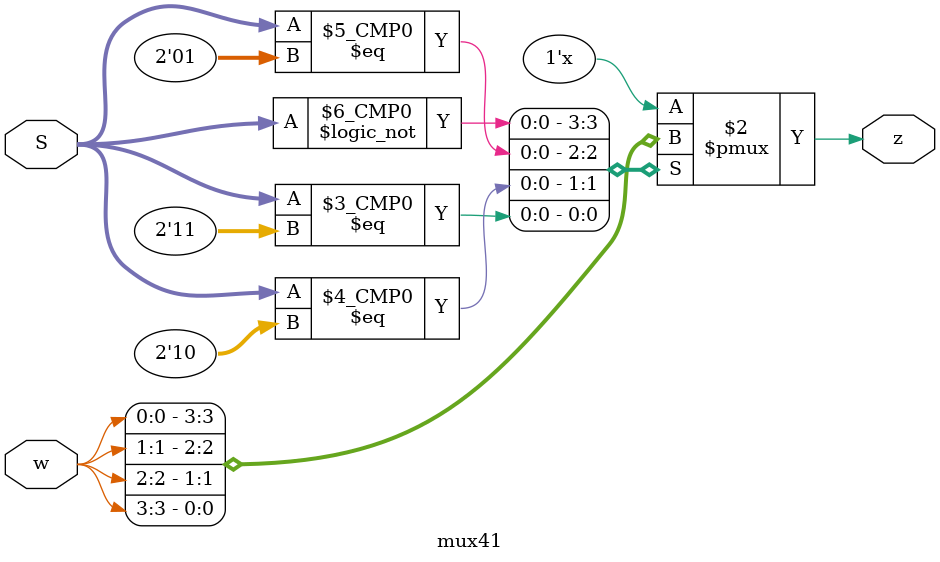
<source format=v>
module	mux41(S,w,z);

input	[3:0]w;
input	[1:0]S;

output	reg	z;

always@(w,S)
	begin
	
	case(S)
	0:z=w[0];
	1:z=w[1];
	2:z=w[2];
	3:z=w[3];
	default	z=1'bx;
	endcase

	end

endmodule
</source>
